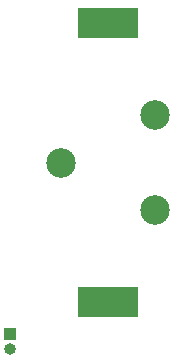
<source format=gbr>
%TF.GenerationSoftware,KiCad,Pcbnew,(6.0.0)*%
%TF.CreationDate,2022-01-17T14:04:50+01:00*%
%TF.ProjectId,LoraTrigger,4c6f7261-5472-4696-9767-65722e6b6963,rev?*%
%TF.SameCoordinates,Original*%
%TF.FileFunction,Soldermask,Bot*%
%TF.FilePolarity,Negative*%
%FSLAX46Y46*%
G04 Gerber Fmt 4.6, Leading zero omitted, Abs format (unit mm)*
G04 Created by KiCad (PCBNEW (6.0.0)) date 2022-01-17 14:04:50*
%MOMM*%
%LPD*%
G01*
G04 APERTURE LIST*
%ADD10R,1.000000X1.000000*%
%ADD11O,1.000000X1.000000*%
%ADD12R,5.100000X2.500000*%
%ADD13C,2.500000*%
G04 APERTURE END LIST*
D10*
X100200000Y-80150000D03*
D11*
X100200000Y-81420000D03*
D12*
X108500000Y-77400000D03*
X108500000Y-53800000D03*
D13*
X112500000Y-61600000D03*
X112500000Y-69600000D03*
X104500000Y-65600000D03*
M02*

</source>
